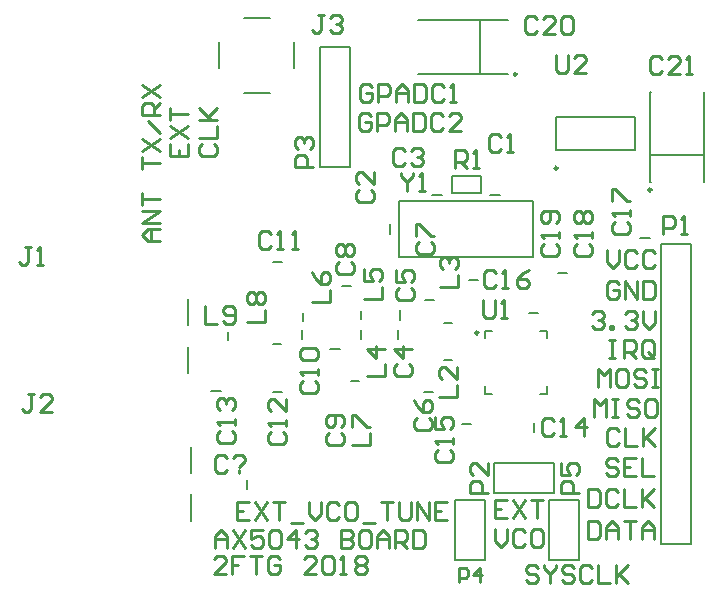
<source format=gto>
G04 Layer_Color=65535*
%FSLAX44Y44*%
%MOMM*%
G71*
G01*
G75*
%ADD25C,0.2540*%
%ADD27C,0.2500*%
%ADD29C,0.2000*%
D25*
X319447Y76403D02*
X309290D01*
Y61168D01*
X319447D01*
X309290Y68786D02*
X314368D01*
X324525Y76403D02*
X334682Y61168D01*
Y76403D02*
X324525Y61168D01*
X339760Y76403D02*
X349917D01*
X344838D01*
Y61168D01*
X309290Y52025D02*
Y41868D01*
X314368Y36790D01*
X319447Y41868D01*
Y52025D01*
X334682Y49486D02*
X332143Y52025D01*
X327064D01*
X324525Y49486D01*
Y39329D01*
X327064Y36790D01*
X332143D01*
X334682Y39329D01*
X347378Y52025D02*
X342299D01*
X339760Y49486D01*
Y39329D01*
X342299Y36790D01*
X347378D01*
X349917Y39329D01*
Y49486D01*
X347378Y52025D01*
X34097Y377697D02*
Y367540D01*
X49332D01*
Y377697D01*
X41714Y367540D02*
Y372618D01*
X34097Y382775D02*
X49332Y392932D01*
X34097D02*
X49332Y382775D01*
X34097Y398010D02*
Y408167D01*
Y403088D01*
X49332D01*
X61014Y377697D02*
X58475Y375158D01*
Y370079D01*
X61014Y367540D01*
X71171D01*
X73710Y370079D01*
Y375158D01*
X71171Y377697D01*
X58475Y382775D02*
X73710D01*
Y392932D01*
X58475Y398010D02*
X73710D01*
X68632D01*
X58475Y408167D01*
X66093Y400549D01*
X73710Y408167D01*
X388040Y85525D02*
Y70290D01*
X395658D01*
X398197Y72829D01*
Y82986D01*
X395658Y85525D01*
X388040D01*
X413432Y82986D02*
X410893Y85525D01*
X405814D01*
X403275Y82986D01*
Y72829D01*
X405814Y70290D01*
X410893D01*
X413432Y72829D01*
X418510Y85525D02*
Y70290D01*
X428667D01*
X433745Y85525D02*
Y70290D01*
Y75368D01*
X443902Y85525D01*
X436284Y77908D01*
X443902Y70290D01*
X81157Y13500D02*
X71000D01*
X81157Y23657D01*
Y26196D01*
X78618Y28735D01*
X73539D01*
X71000Y26196D01*
X96392Y28735D02*
X86235D01*
Y21117D01*
X91313D01*
X86235D01*
Y13500D01*
X101470Y28735D02*
X111627D01*
X106549D01*
Y13500D01*
X126862Y26196D02*
X124323Y28735D01*
X119244D01*
X116705Y26196D01*
Y16039D01*
X119244Y13500D01*
X124323D01*
X126862Y16039D01*
Y21117D01*
X121784D01*
X157332Y13500D02*
X147175D01*
X157332Y23657D01*
Y26196D01*
X154793Y28735D01*
X149715D01*
X147175Y26196D01*
X162410D02*
X164950Y28735D01*
X170028D01*
X172567Y26196D01*
Y16039D01*
X170028Y13500D01*
X164950D01*
X162410Y16039D01*
Y26196D01*
X177645Y13500D02*
X182724D01*
X180185D01*
Y28735D01*
X177645Y26196D01*
X190341D02*
X192881Y28735D01*
X197959D01*
X200498Y26196D01*
Y23657D01*
X197959Y21117D01*
X200498Y18578D01*
Y16039D01*
X197959Y13500D01*
X192881D01*
X190341Y16039D01*
Y18578D01*
X192881Y21117D01*
X190341Y23657D01*
Y26196D01*
X192881Y21117D02*
X197959D01*
X72250Y35750D02*
Y45907D01*
X77328Y50985D01*
X82407Y45907D01*
Y35750D01*
Y43368D01*
X72250D01*
X87485Y50985D02*
X97642Y35750D01*
Y50985D02*
X87485Y35750D01*
X112877Y50985D02*
X102720D01*
Y43368D01*
X107799Y45907D01*
X110338D01*
X112877Y43368D01*
Y38289D01*
X110338Y35750D01*
X105259D01*
X102720Y38289D01*
X117955Y48446D02*
X120494Y50985D01*
X125573D01*
X128112Y48446D01*
Y38289D01*
X125573Y35750D01*
X120494D01*
X117955Y38289D01*
Y48446D01*
X140808Y35750D02*
Y50985D01*
X133190Y43368D01*
X143347D01*
X148425Y48446D02*
X150964Y50985D01*
X156043D01*
X158582Y48446D01*
Y45907D01*
X156043Y43368D01*
X153504D01*
X156043D01*
X158582Y40828D01*
Y38289D01*
X156043Y35750D01*
X150964D01*
X148425Y38289D01*
X178895Y50985D02*
Y35750D01*
X186513D01*
X189052Y38289D01*
Y40828D01*
X186513Y43368D01*
X178895D01*
X186513D01*
X189052Y45907D01*
Y48446D01*
X186513Y50985D01*
X178895D01*
X201748D02*
X196670D01*
X194131Y48446D01*
Y38289D01*
X196670Y35750D01*
X201748D01*
X204287Y38289D01*
Y48446D01*
X201748Y50985D01*
X209366Y35750D02*
Y45907D01*
X214444Y50985D01*
X219522Y45907D01*
Y35750D01*
Y43368D01*
X209366D01*
X224601Y35750D02*
Y50985D01*
X232218D01*
X234757Y48446D01*
Y43368D01*
X232218Y40828D01*
X224601D01*
X229679D02*
X234757Y35750D01*
X239836Y50985D02*
Y35750D01*
X247453D01*
X249993Y38289D01*
Y48446D01*
X247453Y50985D01*
X239836D01*
X81907Y111696D02*
X79367Y114235D01*
X74289D01*
X71750Y111696D01*
Y101539D01*
X74289Y99000D01*
X79367D01*
X81907Y101539D01*
X86985Y111696D02*
X89524Y114235D01*
X94603D01*
X97142Y111696D01*
Y109157D01*
X92063Y104078D01*
Y101539D02*
Y99000D01*
X387750Y58485D02*
Y43250D01*
X395368D01*
X397907Y45789D01*
Y55946D01*
X395368Y58485D01*
X387750D01*
X402985Y43250D02*
Y53407D01*
X408063Y58485D01*
X413142Y53407D01*
Y43250D01*
Y50868D01*
X402985D01*
X418220Y58485D02*
X428377D01*
X423298D01*
Y43250D01*
X433455D02*
Y53407D01*
X438534Y58485D01*
X443612Y53407D01*
Y43250D01*
Y50868D01*
X433455D01*
X299000Y245485D02*
Y232789D01*
X301539Y230250D01*
X306618D01*
X309157Y232789D01*
Y245485D01*
X314235Y230250D02*
X319313D01*
X316774D01*
Y245485D01*
X314235Y242946D01*
X-81609Y165575D02*
X-86688D01*
X-84149D01*
Y152879D01*
X-86688Y150340D01*
X-89227D01*
X-91766Y152879D01*
X-66374Y150340D02*
X-76531D01*
X-66374Y160497D01*
Y163036D01*
X-68913Y165575D01*
X-73992D01*
X-76531Y163036D01*
X314157Y383446D02*
X311618Y385985D01*
X306539D01*
X304000Y383446D01*
Y373289D01*
X306539Y370750D01*
X311618D01*
X314157Y373289D01*
X319235Y370750D02*
X324313D01*
X321774D01*
Y385985D01*
X319235Y383446D01*
X194304Y338657D02*
X191765Y336118D01*
Y331039D01*
X194304Y328500D01*
X204461D01*
X207000Y331039D01*
Y336118D01*
X204461Y338657D01*
X207000Y353892D02*
Y343735D01*
X196843Y353892D01*
X194304D01*
X191765Y351353D01*
Y346274D01*
X194304Y343735D01*
X232907Y371946D02*
X230368Y374485D01*
X225289D01*
X222750Y371946D01*
Y361789D01*
X225289Y359250D01*
X230368D01*
X232907Y361789D01*
X237985Y371946D02*
X240524Y374485D01*
X245603D01*
X248142Y371946D01*
Y369407D01*
X245603Y366867D01*
X243063D01*
X245603D01*
X248142Y364328D01*
Y361789D01*
X245603Y359250D01*
X240524D01*
X237985Y361789D01*
X225804Y191157D02*
X223265Y188617D01*
Y183539D01*
X225804Y181000D01*
X235961D01*
X238500Y183539D01*
Y188617D01*
X235961Y191157D01*
X238500Y203853D02*
X223265D01*
X230882Y196235D01*
Y206392D01*
X227804Y255657D02*
X225265Y253118D01*
Y248039D01*
X227804Y245500D01*
X237961D01*
X240500Y248039D01*
Y253118D01*
X237961Y255657D01*
X225265Y270892D02*
Y260735D01*
X232882D01*
X230343Y265813D01*
Y268353D01*
X232882Y270892D01*
X237961D01*
X240500Y268353D01*
Y263274D01*
X237961Y260735D01*
X243054Y145657D02*
X240515Y143118D01*
Y138039D01*
X243054Y135500D01*
X253211D01*
X255750Y138039D01*
Y143118D01*
X253211Y145657D01*
X240515Y160892D02*
X243054Y155813D01*
X248132Y150735D01*
X253211D01*
X255750Y153274D01*
Y158353D01*
X253211Y160892D01*
X250672D01*
X248132Y158353D01*
Y150735D01*
X245054Y294907D02*
X242515Y292367D01*
Y287289D01*
X245054Y284750D01*
X255211D01*
X257750Y287289D01*
Y292367D01*
X255211Y294907D01*
X242515Y299985D02*
Y310142D01*
X245054D01*
X255211Y299985D01*
X257750D01*
X176804Y277297D02*
X174265Y274757D01*
Y269679D01*
X176804Y267140D01*
X186961D01*
X189500Y269679D01*
Y274757D01*
X186961Y277297D01*
X176804Y282375D02*
X174265Y284914D01*
Y289993D01*
X176804Y292532D01*
X179343D01*
X181882Y289993D01*
X184422Y292532D01*
X186961D01*
X189500Y289993D01*
Y284914D01*
X186961Y282375D01*
X184422D01*
X181882Y284914D01*
X179343Y282375D01*
X176804D01*
X181882Y284914D02*
Y289993D01*
X168804Y132907D02*
X166265Y130367D01*
Y125289D01*
X168804Y122750D01*
X178961D01*
X181500Y125289D01*
Y130367D01*
X178961Y132907D01*
Y137985D02*
X181500Y140524D01*
Y145603D01*
X178961Y148142D01*
X168804D01*
X166265Y145603D01*
Y140524D01*
X168804Y137985D01*
X171343D01*
X173883Y140524D01*
Y148142D01*
X146304Y177157D02*
X143765Y174618D01*
Y169539D01*
X146304Y167000D01*
X156461D01*
X159000Y169539D01*
Y174618D01*
X156461Y177157D01*
X159000Y182235D02*
Y187313D01*
Y184774D01*
X143765D01*
X146304Y182235D01*
Y194931D02*
X143765Y197470D01*
Y202549D01*
X146304Y205088D01*
X156461D01*
X159000Y202549D01*
Y197470D01*
X156461Y194931D01*
X146304D01*
X119647Y301426D02*
X117107Y303965D01*
X112029D01*
X109490Y301426D01*
Y291269D01*
X112029Y288730D01*
X117107D01*
X119647Y291269D01*
X124725Y288730D02*
X129803D01*
X127264D01*
Y303965D01*
X124725Y301426D01*
X137421Y288730D02*
X142499D01*
X139960D01*
Y303965D01*
X137421Y301426D01*
X119554Y134157D02*
X117015Y131617D01*
Y126539D01*
X119554Y124000D01*
X129711D01*
X132250Y126539D01*
Y131617D01*
X129711Y134157D01*
X132250Y139235D02*
Y144313D01*
Y141774D01*
X117015D01*
X119554Y139235D01*
X132250Y162088D02*
Y151931D01*
X122093Y162088D01*
X119554D01*
X117015Y159549D01*
Y154470D01*
X119554Y151931D01*
X75804Y134407D02*
X73265Y131868D01*
Y126789D01*
X75804Y124250D01*
X85961D01*
X88500Y126789D01*
Y131868D01*
X85961Y134407D01*
X88500Y139485D02*
Y144563D01*
Y142024D01*
X73265D01*
X75804Y139485D01*
Y152181D02*
X73265Y154720D01*
Y159798D01*
X75804Y162338D01*
X78343D01*
X80883Y159798D01*
Y157259D01*
Y159798D01*
X83422Y162338D01*
X85961D01*
X88500Y159798D01*
Y154720D01*
X85961Y152181D01*
X359157Y143446D02*
X356618Y145985D01*
X351539D01*
X349000Y143446D01*
Y133289D01*
X351539Y130750D01*
X356618D01*
X359157Y133289D01*
X364235Y130750D02*
X369313D01*
X366774D01*
Y145985D01*
X364235Y143446D01*
X384548Y130750D02*
Y145985D01*
X376931Y138368D01*
X387088D01*
X261054Y118407D02*
X258515Y115868D01*
Y110789D01*
X261054Y108250D01*
X271211D01*
X273750Y110789D01*
Y115868D01*
X271211Y118407D01*
X273750Y123485D02*
Y128563D01*
Y126024D01*
X258515D01*
X261054Y123485D01*
X258515Y146338D02*
Y136181D01*
X266133D01*
X263593Y141259D01*
Y143799D01*
X266133Y146338D01*
X271211D01*
X273750Y143799D01*
Y138720D01*
X271211Y136181D01*
X310157Y268196D02*
X307617Y270735D01*
X302539D01*
X300000Y268196D01*
Y258039D01*
X302539Y255500D01*
X307617D01*
X310157Y258039D01*
X315235Y255500D02*
X320313D01*
X317774D01*
Y270735D01*
X315235Y268196D01*
X338088Y270735D02*
X333009Y268196D01*
X327931Y263118D01*
Y258039D01*
X330470Y255500D01*
X335549D01*
X338088Y258039D01*
Y260578D01*
X335549Y263118D01*
X327931D01*
X410804Y311407D02*
X408265Y308867D01*
Y303789D01*
X410804Y301250D01*
X420961D01*
X423500Y303789D01*
Y308867D01*
X420961Y311407D01*
X423500Y316485D02*
Y321563D01*
Y319024D01*
X408265D01*
X410804Y316485D01*
X408265Y329181D02*
Y339338D01*
X410804D01*
X420961Y329181D01*
X423500D01*
X378804Y292907D02*
X376265Y290368D01*
Y285289D01*
X378804Y282750D01*
X388961D01*
X391500Y285289D01*
Y290368D01*
X388961Y292907D01*
X391500Y297985D02*
Y303064D01*
Y300524D01*
X376265D01*
X378804Y297985D01*
Y310681D02*
X376265Y313220D01*
Y318298D01*
X378804Y320838D01*
X381343D01*
X383882Y318298D01*
X386422Y320838D01*
X388961D01*
X391500Y318298D01*
Y313220D01*
X388961Y310681D01*
X386422D01*
X383882Y313220D01*
X381343Y310681D01*
X378804D01*
X383882Y313220D02*
Y318298D01*
X350554Y293157D02*
X348015Y290618D01*
Y285539D01*
X350554Y283000D01*
X360711D01*
X363250Y285539D01*
Y290618D01*
X360711Y293157D01*
X363250Y298235D02*
Y303313D01*
Y300774D01*
X348015D01*
X350554Y298235D01*
X360711Y310931D02*
X363250Y313470D01*
Y318549D01*
X360711Y321088D01*
X350554D01*
X348015Y318549D01*
Y313470D01*
X350554Y310931D01*
X353093D01*
X355633Y313470D01*
Y321088D01*
X344657Y483196D02*
X342118Y485735D01*
X337039D01*
X334500Y483196D01*
Y473039D01*
X337039Y470500D01*
X342118D01*
X344657Y473039D01*
X359892Y470500D02*
X349735D01*
X359892Y480657D01*
Y483196D01*
X357353Y485735D01*
X352274D01*
X349735Y483196D01*
X364970D02*
X367509Y485735D01*
X372588D01*
X375127Y483196D01*
Y473039D01*
X372588Y470500D01*
X367509D01*
X364970Y473039D01*
Y483196D01*
X450420Y449667D02*
X447881Y452206D01*
X442802D01*
X440263Y449667D01*
Y439510D01*
X442802Y436971D01*
X447881D01*
X450420Y439510D01*
X465655Y436971D02*
X455498D01*
X465655Y447128D01*
Y449667D01*
X463116Y452206D01*
X458037D01*
X455498Y449667D01*
X470733Y436971D02*
X475812D01*
X473272D01*
Y452206D01*
X470733Y449667D01*
X-84069Y290687D02*
X-89148D01*
X-86608D01*
Y277991D01*
X-89148Y275452D01*
X-91687D01*
X-94226Y277991D01*
X-78991Y275452D02*
X-73913D01*
X-76452D01*
Y290687D01*
X-78991Y288148D01*
X164407Y486735D02*
X159328D01*
X161868D01*
Y474039D01*
X159328Y471500D01*
X156789D01*
X154250Y474039D01*
X169485Y484196D02*
X172024Y486735D01*
X177103D01*
X179642Y484196D01*
Y481657D01*
X177103Y479118D01*
X174563D01*
X177103D01*
X179642Y476578D01*
Y474039D01*
X177103Y471500D01*
X172024D01*
X169485Y474039D01*
X261895Y163000D02*
X277130D01*
Y173157D01*
Y188392D02*
Y178235D01*
X266973Y188392D01*
X264434D01*
X261895Y185853D01*
Y180774D01*
X264434Y178235D01*
X262765Y256500D02*
X278000D01*
Y266657D01*
X265304Y271735D02*
X262765Y274274D01*
Y279353D01*
X265304Y281892D01*
X267843D01*
X270382Y279353D01*
Y276813D01*
Y279353D01*
X272922Y281892D01*
X275461D01*
X278000Y279353D01*
Y274274D01*
X275461Y271735D01*
X200935Y180780D02*
X216170D01*
Y190937D01*
Y203633D02*
X200935D01*
X208552Y196015D01*
Y206172D01*
X198015Y246250D02*
X213250D01*
Y256407D01*
X198015Y271642D02*
Y261485D01*
X205632D01*
X203093Y266563D01*
Y269103D01*
X205632Y271642D01*
X210711D01*
X213250Y269103D01*
Y264024D01*
X210711Y261485D01*
X153905Y243700D02*
X169140D01*
Y253857D01*
X153905Y269092D02*
X156444Y264013D01*
X161523Y258935D01*
X166601D01*
X169140Y261474D01*
Y266553D01*
X166601Y269092D01*
X164062D01*
X161523Y266553D01*
Y258935D01*
X188015Y123000D02*
X203250D01*
Y133157D01*
X188015Y138235D02*
Y148392D01*
X190554D01*
X200711Y138235D01*
X203250D01*
X99335Y226500D02*
X114570D01*
Y236657D01*
X101874Y241735D02*
X99335Y244274D01*
Y249353D01*
X101874Y251892D01*
X104413D01*
X106952Y249353D01*
X109492Y251892D01*
X112031D01*
X114570Y249353D01*
Y244274D01*
X112031Y241735D01*
X109492D01*
X106952Y244274D01*
X104413Y241735D01*
X101874D01*
X106952Y244274D02*
Y249353D01*
X63730Y240395D02*
Y225160D01*
X73887D01*
X78965Y227699D02*
X81504Y225160D01*
X86583D01*
X89122Y227699D01*
Y237856D01*
X86583Y240395D01*
X81504D01*
X78965Y237856D01*
Y235317D01*
X81504Y232778D01*
X89122D01*
X451324Y301486D02*
Y316721D01*
X458941D01*
X461481Y314182D01*
Y309104D01*
X458941Y306564D01*
X451324D01*
X466559Y301486D02*
X471637D01*
X469098D01*
Y316721D01*
X466559Y314182D01*
X302750Y82000D02*
X287515D01*
Y89618D01*
X290054Y92157D01*
X295133D01*
X297672Y89618D01*
Y82000D01*
X302750Y107392D02*
Y97235D01*
X292593Y107392D01*
X290054D01*
X287515Y104853D01*
Y99774D01*
X290054Y97235D01*
X155000Y357750D02*
X139765D01*
Y365368D01*
X142304Y367907D01*
X147382D01*
X149922Y365368D01*
Y357750D01*
X142304Y372985D02*
X139765Y375524D01*
Y380603D01*
X142304Y383142D01*
X144843D01*
X147382Y380603D01*
Y378063D01*
Y380603D01*
X149922Y383142D01*
X152461D01*
X155000Y380603D01*
Y375524D01*
X152461Y372985D01*
X278250Y6500D02*
Y18496D01*
X284248D01*
X286247Y16497D01*
Y12498D01*
X284248Y10499D01*
X278250D01*
X296244Y6500D02*
Y18496D01*
X290246Y12498D01*
X298244D01*
X275250Y357000D02*
Y372235D01*
X282868D01*
X285407Y369696D01*
Y364618D01*
X282868Y362078D01*
X275250D01*
X280328D02*
X285407Y357000D01*
X290485D02*
X295563D01*
X293024D01*
Y372235D01*
X290485Y369696D01*
X360468Y452793D02*
Y440097D01*
X363007Y437558D01*
X368086D01*
X370625Y440097D01*
Y452793D01*
X385860Y437558D02*
X375703D01*
X385860Y447715D01*
Y450254D01*
X383321Y452793D01*
X378242D01*
X375703Y450254D01*
X229046Y353139D02*
Y350600D01*
X234124Y345522D01*
X239203Y350600D01*
Y353139D01*
X234124Y345522D02*
Y337904D01*
X244281D02*
X249359D01*
X246820D01*
Y353139D01*
X244281Y350600D01*
X380500Y81750D02*
X365265D01*
Y89368D01*
X367804Y91907D01*
X372882D01*
X375422Y89368D01*
Y81750D01*
X365265Y107142D02*
Y96985D01*
X372882D01*
X370343Y102063D01*
Y104603D01*
X372882Y107142D01*
X377961D01*
X380500Y104603D01*
Y99524D01*
X377961Y96985D01*
X25000Y295500D02*
X14843D01*
X9765Y300578D01*
X14843Y305657D01*
X25000D01*
X17383D01*
Y295500D01*
X25000Y310735D02*
X9765D01*
X25000Y320892D01*
X9765D01*
Y325970D02*
Y336127D01*
Y331049D01*
X25000D01*
X9765Y356440D02*
Y366597D01*
Y361519D01*
X25000D01*
X9765Y371675D02*
X25000Y381832D01*
X9765D02*
X25000Y371675D01*
Y386910D02*
X14843Y397067D01*
X25000Y402146D02*
X9765D01*
Y409763D01*
X12304Y412302D01*
X17383D01*
X19922Y409763D01*
Y402146D01*
Y407224D02*
X25000Y412302D01*
X9765Y417381D02*
X25000Y427537D01*
X9765D02*
X25000Y417381D01*
X404000Y287985D02*
Y277828D01*
X409078Y272750D01*
X414157Y277828D01*
Y287985D01*
X429392Y285446D02*
X426853Y287985D01*
X421774D01*
X419235Y285446D01*
Y275289D01*
X421774Y272750D01*
X426853D01*
X429392Y275289D01*
X444627Y285446D02*
X442088Y287985D01*
X437009D01*
X434470Y285446D01*
Y275289D01*
X437009Y272750D01*
X442088D01*
X444627Y275289D01*
X413657Y259446D02*
X411118Y261985D01*
X406039D01*
X403500Y259446D01*
Y249289D01*
X406039Y246750D01*
X411118D01*
X413657Y249289D01*
Y254368D01*
X408578D01*
X418735Y246750D02*
Y261985D01*
X428892Y246750D01*
Y261985D01*
X433970D02*
Y246750D01*
X441588D01*
X444127Y249289D01*
Y259446D01*
X441588Y261985D01*
X433970D01*
X390750Y233696D02*
X393289Y236235D01*
X398368D01*
X400907Y233696D01*
Y231157D01*
X398368Y228617D01*
X395828D01*
X398368D01*
X400907Y226078D01*
Y223539D01*
X398368Y221000D01*
X393289D01*
X390750Y223539D01*
X405985Y221000D02*
Y223539D01*
X408524D01*
Y221000D01*
X405985D01*
X418681Y233696D02*
X421220Y236235D01*
X426298D01*
X428838Y233696D01*
Y231157D01*
X426298Y228617D01*
X423759D01*
X426298D01*
X428838Y226078D01*
Y223539D01*
X426298Y221000D01*
X421220D01*
X418681Y223539D01*
X433916Y236235D02*
Y226078D01*
X438994Y221000D01*
X444073Y226078D01*
Y236235D01*
X405250Y211985D02*
X410328D01*
X407789D01*
Y196750D01*
X405250D01*
X410328D01*
X417946D02*
Y211985D01*
X425563D01*
X428103Y209446D01*
Y204368D01*
X425563Y201828D01*
X417946D01*
X423024D02*
X428103Y196750D01*
X443338Y199289D02*
Y209446D01*
X440798Y211985D01*
X435720D01*
X433181Y209446D01*
Y199289D01*
X435720Y196750D01*
X440798D01*
X438259Y201828D02*
X443338Y196750D01*
X440798D02*
X443338Y199289D01*
X414157Y134446D02*
X411618Y136985D01*
X406539D01*
X404000Y134446D01*
Y124289D01*
X406539Y121750D01*
X411618D01*
X414157Y124289D01*
X419235Y136985D02*
Y121750D01*
X429392D01*
X434470Y136985D02*
Y121750D01*
Y126828D01*
X444627Y136985D01*
X437009Y129368D01*
X444627Y121750D01*
X396250Y172250D02*
Y187485D01*
X401328Y182407D01*
X406407Y187485D01*
Y172250D01*
X419103Y187485D02*
X414024D01*
X411485Y184946D01*
Y174789D01*
X414024Y172250D01*
X419103D01*
X421642Y174789D01*
Y184946D01*
X419103Y187485D01*
X436877Y184946D02*
X434338Y187485D01*
X429259D01*
X426720Y184946D01*
Y182407D01*
X429259Y179867D01*
X434338D01*
X436877Y177328D01*
Y174789D01*
X434338Y172250D01*
X429259D01*
X426720Y174789D01*
X441955Y187485D02*
X447034D01*
X444494D01*
Y172250D01*
X441955D01*
X447034D01*
X393250Y146250D02*
Y161485D01*
X398328Y156407D01*
X403407Y161485D01*
Y146250D01*
X408485Y161485D02*
X413563D01*
X411024D01*
Y146250D01*
X408485D01*
X413563D01*
X431338Y158946D02*
X428798Y161485D01*
X423720D01*
X421181Y158946D01*
Y156407D01*
X423720Y153868D01*
X428798D01*
X431338Y151328D01*
Y148789D01*
X428798Y146250D01*
X423720D01*
X421181Y148789D01*
X444034Y161485D02*
X438955D01*
X436416Y158946D01*
Y148789D01*
X438955Y146250D01*
X444034D01*
X446573Y148789D01*
Y158946D01*
X444034Y161485D01*
X412907Y109196D02*
X410368Y111735D01*
X405289D01*
X402750Y109196D01*
Y106657D01*
X405289Y104117D01*
X410368D01*
X412907Y101578D01*
Y99039D01*
X410368Y96500D01*
X405289D01*
X402750Y99039D01*
X428142Y111735D02*
X417985D01*
Y96500D01*
X428142D01*
X417985Y104117D02*
X423063D01*
X433220Y111735D02*
Y96500D01*
X443377D01*
X345407Y18446D02*
X342868Y20985D01*
X337789D01*
X335250Y18446D01*
Y15907D01*
X337789Y13368D01*
X342868D01*
X345407Y10828D01*
Y8289D01*
X342868Y5750D01*
X337789D01*
X335250Y8289D01*
X350485Y20985D02*
Y18446D01*
X355563Y13368D01*
X360642Y18446D01*
Y20985D01*
X355563Y13368D02*
Y5750D01*
X375877Y18446D02*
X373338Y20985D01*
X368259D01*
X365720Y18446D01*
Y15907D01*
X368259Y13368D01*
X373338D01*
X375877Y10828D01*
Y8289D01*
X373338Y5750D01*
X368259D01*
X365720Y8289D01*
X391112Y18446D02*
X388573Y20985D01*
X383494D01*
X380955Y18446D01*
Y8289D01*
X383494Y5750D01*
X388573D01*
X391112Y8289D01*
X396190Y20985D02*
Y5750D01*
X406347D01*
X411425Y20985D02*
Y5750D01*
Y10828D01*
X421582Y20985D01*
X413965Y13368D01*
X421582Y5750D01*
X100907Y74735D02*
X90750D01*
Y59500D01*
X100907D01*
X90750Y67118D02*
X95828D01*
X105985Y74735D02*
X116142Y59500D01*
Y74735D02*
X105985Y59500D01*
X121220Y74735D02*
X131377D01*
X126299D01*
Y59500D01*
X136455Y56961D02*
X146612D01*
X151690Y74735D02*
Y64578D01*
X156769Y59500D01*
X161847Y64578D01*
Y74735D01*
X177082Y72196D02*
X174543Y74735D01*
X169465D01*
X166925Y72196D01*
Y62039D01*
X169465Y59500D01*
X174543D01*
X177082Y62039D01*
X189778Y74735D02*
X184700D01*
X182160Y72196D01*
Y62039D01*
X184700Y59500D01*
X189778D01*
X192317Y62039D01*
Y72196D01*
X189778Y74735D01*
X197395Y56961D02*
X207552D01*
X212631Y74735D02*
X222787D01*
X217709D01*
Y59500D01*
X227866Y74735D02*
Y62039D01*
X230405Y59500D01*
X235483D01*
X238022Y62039D01*
Y74735D01*
X243101Y59500D02*
Y74735D01*
X253258Y59500D01*
Y74735D01*
X268493D02*
X258336D01*
Y59500D01*
X268493D01*
X258336Y67118D02*
X263414D01*
X204657Y425946D02*
X202118Y428485D01*
X197039D01*
X194500Y425946D01*
Y415789D01*
X197039Y413250D01*
X202118D01*
X204657Y415789D01*
Y420868D01*
X199578D01*
X209735Y413250D02*
Y428485D01*
X217353D01*
X219892Y425946D01*
Y420868D01*
X217353Y418328D01*
X209735D01*
X224970Y413250D02*
Y423407D01*
X230049Y428485D01*
X235127Y423407D01*
Y413250D01*
Y420868D01*
X224970D01*
X240205Y428485D02*
Y413250D01*
X247823D01*
X250362Y415789D01*
Y425946D01*
X247823Y428485D01*
X240205D01*
X265597Y425946D02*
X263058Y428485D01*
X257980D01*
X255440Y425946D01*
Y415789D01*
X257980Y413250D01*
X263058D01*
X265597Y415789D01*
X270675Y413250D02*
X275754D01*
X273214D01*
Y428485D01*
X270675Y425946D01*
X204407Y401446D02*
X201868Y403985D01*
X196789D01*
X194250Y401446D01*
Y391289D01*
X196789Y388750D01*
X201868D01*
X204407Y391289D01*
Y396367D01*
X199328D01*
X209485Y388750D02*
Y403985D01*
X217103D01*
X219642Y401446D01*
Y396367D01*
X217103Y393828D01*
X209485D01*
X224720Y388750D02*
Y398907D01*
X229799Y403985D01*
X234877Y398907D01*
Y388750D01*
Y396367D01*
X224720D01*
X239955Y403985D02*
Y388750D01*
X247573D01*
X250112Y391289D01*
Y401446D01*
X247573Y403985D01*
X239955D01*
X265347Y401446D02*
X262808Y403985D01*
X257729D01*
X255190Y401446D01*
Y391289D01*
X257729Y388750D01*
X262808D01*
X265347Y391289D01*
X280582Y388750D02*
X270425D01*
X280582Y398907D01*
Y401446D01*
X278043Y403985D01*
X272965D01*
X270425Y401446D01*
D27*
X294890Y217790D02*
G03*
X294890Y217790I-1250J0D01*
G01*
X441500Y338750D02*
G03*
X441500Y338750I-1250J0D01*
G01*
X362000Y357250D02*
G03*
X362000Y357250I-1250J0D01*
G01*
X327500Y436750D02*
G03*
X327500Y436750I-1250J0D01*
G01*
D29*
X99250Y85250D02*
Y93250D01*
X300140Y213040D02*
Y219290D01*
X306390D01*
X346890D02*
X353140D01*
Y213040D02*
Y219290D01*
Y166290D02*
Y172540D01*
X346890Y166290D02*
X353140D01*
X300140D02*
Y172540D01*
Y166290D02*
X306390D01*
X52000Y99000D02*
Y121500D01*
Y58500D02*
Y81000D01*
X300200Y25800D02*
Y76600D01*
X274800D02*
X300200D01*
X274800Y25800D02*
Y76600D01*
Y25800D02*
X300200D01*
X308150Y82300D02*
X358950D01*
Y107700D01*
X308150D02*
X358950D01*
X308150Y82300D02*
Y107700D01*
X255750Y334750D02*
X263750D01*
X273000Y338000D02*
Y350500D01*
X297000D01*
Y336500D02*
Y350500D01*
X273000Y336500D02*
X297000D01*
X273000D02*
Y338000D01*
X287000Y262250D02*
X295000D01*
X249750Y245250D02*
X257750D01*
X266010Y226470D02*
X273010D01*
X440250Y421250D02*
X440750D01*
X485750D02*
X486250D01*
Y345250D02*
Y421250D01*
X440250Y345250D02*
Y421250D01*
X485750Y345250D02*
X486250D01*
X440250D02*
X440750D01*
X440250Y368250D02*
X486250D01*
X427750Y372250D02*
Y400250D01*
X360750Y372250D02*
Y400250D01*
X427750D01*
X360750Y372250D02*
X427750D01*
X449800Y38850D02*
X475200D01*
X449800D02*
Y292850D01*
X475200D01*
Y273800D02*
Y292850D01*
Y38850D02*
Y273800D01*
X49500Y183500D02*
Y206000D01*
Y224000D02*
Y246500D01*
X227500Y282250D02*
X341500D01*
Y329250D01*
X227500D02*
X341500D01*
X227500Y282250D02*
Y329250D01*
X68660Y168860D02*
X76660D01*
X120730Y167590D02*
X128730D01*
X120730Y277790D02*
X128730D01*
X226490Y212340D02*
Y220340D01*
X187270Y176940D02*
X194270D01*
X169640Y204130D02*
X177640D01*
X146250Y227500D02*
Y234500D01*
X121230Y208690D02*
X128230D01*
X179150Y257470D02*
X187150D01*
X195820Y229350D02*
Y236350D01*
X228380Y228850D02*
Y236850D01*
X195850Y212840D02*
Y219840D01*
X145210Y212340D02*
Y220340D01*
X82750Y211500D02*
Y218500D01*
X266010Y194720D02*
X273010D01*
X248500Y167750D02*
X256500D01*
X341750Y133750D02*
Y141750D01*
X243750Y436750D02*
Y437250D01*
Y482250D02*
Y482750D01*
X319750D01*
X243750Y436750D02*
X319750D01*
Y482250D02*
Y482750D01*
Y436750D02*
Y437250D01*
X296750Y436750D02*
Y482750D01*
X337630Y234460D02*
X345630D01*
X280750Y140750D02*
X288750D01*
X75498Y441750D02*
Y463750D01*
X96248Y420998D02*
X118248D01*
X139000Y441748D02*
Y463748D01*
X96250Y484500D02*
X118250D01*
X380200Y25800D02*
Y76600D01*
X354800D02*
X380200D01*
X354800Y25800D02*
Y76600D01*
Y25800D02*
X380200D01*
X432000Y298000D02*
X440000D01*
X362000Y268250D02*
X370000D01*
X160800Y459400D02*
X186200D01*
Y357800D02*
Y459400D01*
X160800Y357800D02*
Y459400D01*
Y357800D02*
X186200D01*
X305000Y334750D02*
X313000D01*
X220500Y301500D02*
Y309500D01*
M02*

</source>
